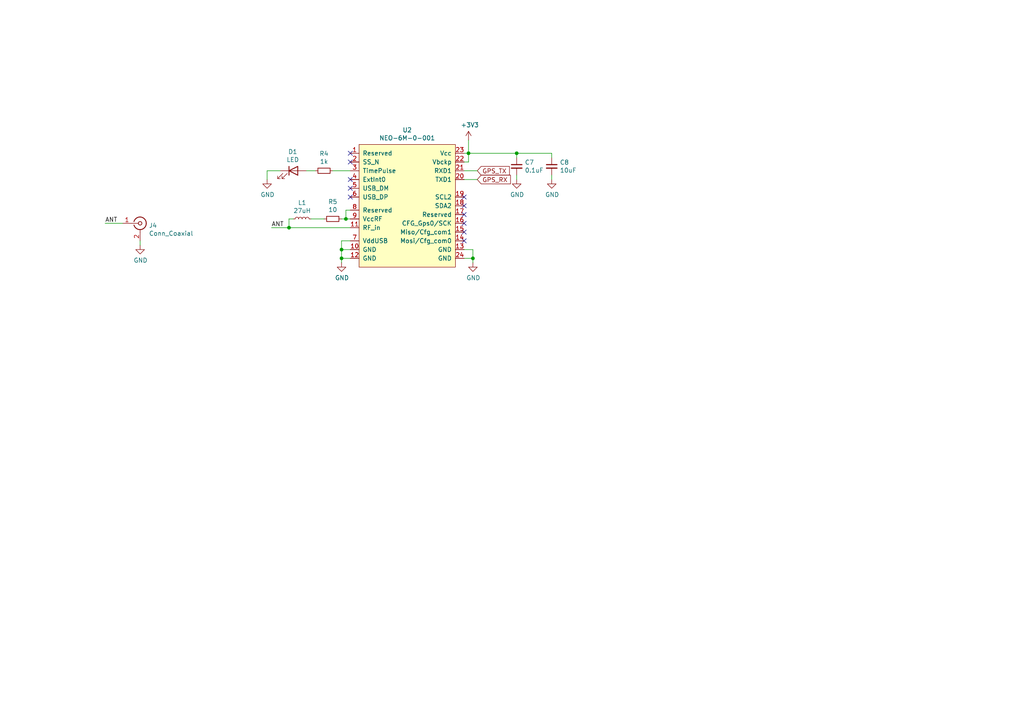
<source format=kicad_sch>
(kicad_sch (version 20211123) (generator eeschema)
  (paper "A4")
  (lib_symbols
    (symbol "Connector:Conn_Coaxial" (pin_names (offset 1.016) hide)
      (property "Reference" "J" (at 0.254 3.048 0))
      (property "Value" "Conn_Coaxial" (at 2.921 0 90))
      (symbol "Conn_Coaxial_0_1"
        (arc (start -1.778 -0.508) (mid 0.222 -1.808) (end 1.778 0) (stroke (width 0.254)))
        (polyline (pts (xy -2.54 0) (xy -0.508 0)))
        (polyline (pts (xy 0 -2.54) (xy 0 -1.778)))
        (circle (center 0 0) (radius 0.508) (stroke (width 0.2032)))
        (arc (start 1.778 0) (mid 0.2221 1.8083) (end -1.778 0.508) (stroke (width 0.254)))
      )
      (symbol "Conn_Coaxial_1_1"
        (pin passive line (at -5.08 0 0) (length 2.54) (name "In") (number "1"))
        (pin passive line (at 0 -5.08 90) (length 2.54) (name "Ext") (number "2"))
      )
    )
    (symbol "Device:C_Small" (pin_numbers hide) (pin_names (offset 0.254) hide)
      (property "Reference" "C" (at 0.254 1.778 0))
      (property "Value" "C_Small" (at 0.254 -2.032 0))
      (symbol "C_Small_0_1"
        (polyline (pts (xy -1.524 -0.508) (xy 1.524 -0.508)) (stroke (width 0.3302)))
        (polyline (pts (xy -1.524 0.508) (xy 1.524 0.508)) (stroke (width 0.3048)))
      )
      (symbol "C_Small_1_1"
        (pin passive line (at 0 2.54 270) (length 2.032) (name "~") (number "1"))
        (pin passive line (at 0 -2.54 90) (length 2.032) (name "~") (number "2"))
      )
    )
    (symbol "Device:LED" (pin_numbers hide) (pin_names (offset 1.016) hide)
      (property "Reference" "D" (at 0 2.54 0))
      (property "Value" "LED" (at 0 -2.54 0))
      (symbol "LED_0_1"
        (polyline (pts (xy -1.27 -1.27) (xy -1.27 1.27)) (stroke (width 0.254)))
        (polyline (pts (xy -1.27 0) (xy 1.27 0)))
        (polyline (pts (xy 1.27 -1.27) (xy 1.27 1.27) (xy -1.27 0) (xy 1.27 -1.27)) (stroke (width 0.254)))
        (polyline (pts (xy -3.048 -0.762) (xy -4.572 -2.286) (xy -3.81 -2.286) (xy -4.572 -2.286) (xy -4.572 -1.524)))
        (polyline (pts (xy -1.778 -0.762) (xy -3.302 -2.286) (xy -2.54 -2.286) (xy -3.302 -2.286) (xy -3.302 -1.524)))
      )
      (symbol "LED_1_1"
        (pin passive line (at -3.81 0 0) (length 2.54) (name "K") (number "1"))
        (pin passive line (at 3.81 0 180) (length 2.54) (name "A") (number "2"))
      )
    )
    (symbol "Device:L_Small" (pin_numbers hide) (pin_names (offset 0.254) hide)
      (property "Reference" "L" (at 0.762 1.016 0))
      (property "Value" "L_Small" (at 0.762 -1.016 0))
      (symbol "L_Small_0_1"
        (arc (start 0 -2.032) (mid 0.508 -1.524) (end 0 -1.016))
        (arc (start 0 -1.016) (mid 0.508 -0.508) (end 0 0))
        (arc (start 0 0) (mid 0.508 0.508) (end 0 1.016))
        (arc (start 0 1.016) (mid 0.508 1.524) (end 0 2.032))
      )
      (symbol "L_Small_1_1"
        (pin passive line (at 0 2.54 270) (length 0.508) (name "~") (number "1"))
        (pin passive line (at 0 -2.54 90) (length 0.508) (name "~") (number "2"))
      )
    )
    (symbol "Device:R_Small" (pin_numbers hide) (pin_names (offset 0.254) hide)
      (property "Reference" "R" (at 0.762 0.508 0))
      (property "Value" "R_Small" (at 0.762 -1.016 0))
      (symbol "R_Small_0_1"
        (rectangle (start -0.762 1.778) (end 0.762 -1.778) (stroke (width 0.2032)))
      )
      (symbol "R_Small_1_1"
        (pin passive line (at 0 2.54 270) (length 0.762) (name "~") (number "1"))
        (pin passive line (at 0 -2.54 90) (length 0.762) (name "~") (number "2"))
      )
    )
    (symbol "pastaisitie_simboli:NEO-6M-0-001" (pin_names (offset 1.016))
      (property "Reference" "U" (at 0 0 0))
      (property "Value" "NEO-6M-0-001" (at 0 -2.54 0))
      (symbol "NEO-6M-0-001_0_1"
        (rectangle (start -13.97 -3.81) (end 13.97 -39.37) (fill (type background)))
      )
      (symbol "NEO-6M-0-001_1_1"
        (pin input line (at -16.51 -6.35 0) (length 2.54) (name "Reserved") (number "1"))
        (pin input line (at -16.51 -34.29 0) (length 2.54) (name "GND") (number "10"))
        (pin input line (at -16.51 -27.94 0) (length 2.54) (name "RF_in") (number "11"))
        (pin input line (at -16.51 -36.83 0) (length 2.54) (name "GND") (number "12"))
        (pin input line (at 16.51 -34.29 180) (length 2.54) (name "GND") (number "13"))
        (pin input line (at 16.51 -31.75 180) (length 2.54) (name "Mosi/Cfg_com0") (number "14"))
        (pin input line (at 16.51 -29.21 180) (length 2.54) (name "Miso/Cfg_com1") (number "15"))
        (pin input line (at 16.51 -26.67 180) (length 2.54) (name "CFG_Gps0/SCK") (number "16"))
        (pin input line (at 16.51 -24.13 180) (length 2.54) (name "Reserved") (number "17"))
        (pin input line (at 16.51 -21.59 180) (length 2.54) (name "SDA2") (number "18"))
        (pin input line (at 16.51 -19.05 180) (length 2.54) (name "SCL2") (number "19"))
        (pin input line (at -16.51 -8.89 0) (length 2.54) (name "SS_N") (number "2"))
        (pin input line (at 16.51 -13.97 180) (length 2.54) (name "TXD1") (number "20"))
        (pin input line (at 16.51 -11.43 180) (length 2.54) (name "RXD1") (number "21"))
        (pin input line (at 16.51 -8.89 180) (length 2.54) (name "Vbckp") (number "22"))
        (pin input line (at 16.51 -6.35 180) (length 2.54) (name "Vcc") (number "23"))
        (pin input line (at 16.51 -36.83 180) (length 2.54) (name "GND") (number "24"))
        (pin input line (at -16.51 -11.43 0) (length 2.54) (name "TimePulse") (number "3"))
        (pin input line (at -16.51 -13.97 0) (length 2.54) (name "ExtInt0") (number "4"))
        (pin input line (at -16.51 -16.51 0) (length 2.54) (name "USB_DM") (number "5"))
        (pin input line (at -16.51 -19.05 0) (length 2.54) (name "USB_DP") (number "6"))
        (pin input line (at -16.51 -31.75 0) (length 2.54) (name "VddUSB") (number "7"))
        (pin input line (at -16.51 -22.86 0) (length 2.54) (name "Reserved") (number "8"))
        (pin input line (at -16.51 -25.4 0) (length 2.54) (name "VccRF") (number "9"))
      )
    )
    (symbol "power:+3.3V" (power) (pin_names (offset 0))
      (property "Value" "+3.3V" (at 0 3.556 0))
      (symbol "+3.3V_0_1"
        (polyline (pts (xy -0.762 1.27) (xy 0 2.54)))
        (polyline (pts (xy 0 0) (xy 0 2.54)))
        (polyline (pts (xy 0 2.54) (xy 0.762 1.27)))
      )
      (symbol "+3.3V_1_1"
        (pin power_in line (at 0 0 90) (length 0) hide (name "+3V3") (number "1"))
      )
    )
    (symbol "power:GND" (power) (pin_names (offset 0))
      (property "Value" "GND" (at 0 -3.81 0))
      (symbol "GND_0_1"
        (polyline (pts (xy 0 0) (xy 0 -1.27) (xy 1.27 -1.27) (xy 0 -2.54) (xy -1.27 -1.27) (xy 0 -1.27)))
      )
      (symbol "GND_1_1"
        (pin power_in line (at 0 0 270) (length 0) hide (name "GND") (number "1"))
      )
    )
  )
  (junction (at 99.06 72.39))
  (junction (at 83.82 66.04))
  (junction (at 99.06 74.93))
  (junction (at 100.33 63.5))
  (junction (at 137.16 74.93))
  (junction (at 149.86 44.45))
  (junction (at 135.89 44.45))
  (no_connect (at 134.62 57.15))
  (no_connect (at 101.6 57.15))
  (no_connect (at 101.6 54.61))
  (no_connect (at 134.62 64.77))
  (no_connect (at 134.62 67.31))
  (no_connect (at 101.6 52.07))
  (no_connect (at 134.62 62.23))
  (no_connect (at 134.62 69.85))
  (no_connect (at 101.6 44.45))
  (no_connect (at 101.6 46.99))
  (no_connect (at 134.62 59.69))
  (wire (pts (xy 99.06 72.39) (xy 99.06 69.85)))
  (wire (pts (xy 83.82 63.5) (xy 83.82 66.04)))
  (wire (pts (xy 77.47 49.53) (xy 81.28 49.53)))
  (wire (pts (xy 101.6 60.96) (xy 100.33 60.96)))
  (wire (pts (xy 137.16 74.93) (xy 137.16 76.2)))
  (wire (pts (xy 99.06 76.2) (xy 99.06 74.93)))
  (wire (pts (xy 101.6 69.85) (xy 99.06 69.85)))
  (wire (pts (xy 99.06 74.93) (xy 99.06 72.39)))
  (wire (pts (xy 160.02 52.07) (xy 160.02 50.8)))
  (wire (pts (xy 40.64 69.85) (xy 40.64 71.12)))
  (wire (pts (xy 149.86 52.07) (xy 149.86 50.8)))
  (wire (pts (xy 160.02 44.45) (xy 149.86 44.45)))
  (wire (pts (xy 160.02 45.72) (xy 160.02 44.45)))
  (wire (pts (xy 134.62 44.45) (xy 135.89 44.45)))
  (wire (pts (xy 137.16 72.39) (xy 137.16 74.93)))
  (wire (pts (xy 100.33 60.96) (xy 100.33 63.5)))
  (wire (pts (xy 78.74 66.04) (xy 83.82 66.04)))
  (wire (pts (xy 88.9 49.53) (xy 91.44 49.53)))
  (wire (pts (xy 77.47 49.53) (xy 77.47 52.07)))
  (wire (pts (xy 93.98 63.5) (xy 90.17 63.5)))
  (wire (pts (xy 100.33 63.5) (xy 101.6 63.5)))
  (wire (pts (xy 96.52 49.53) (xy 101.6 49.53)))
  (wire (pts (xy 134.62 72.39) (xy 137.16 72.39)))
  (wire (pts (xy 135.89 40.64) (xy 135.89 44.45)))
  (wire (pts (xy 149.86 45.72) (xy 149.86 44.45)))
  (wire (pts (xy 138.43 52.07) (xy 134.62 52.07)))
  (wire (pts (xy 135.89 46.99) (xy 134.62 46.99)))
  (wire (pts (xy 134.62 74.93) (xy 137.16 74.93)))
  (wire (pts (xy 83.82 63.5) (xy 85.09 63.5)))
  (wire (pts (xy 101.6 74.93) (xy 99.06 74.93)))
  (wire (pts (xy 99.06 63.5) (xy 100.33 63.5)))
  (wire (pts (xy 30.48 64.77) (xy 35.56 64.77)))
  (wire (pts (xy 135.89 44.45) (xy 149.86 44.45)))
  (wire (pts (xy 83.82 66.04) (xy 101.6 66.04)))
  (wire (pts (xy 101.6 72.39) (xy 99.06 72.39)))
  (wire (pts (xy 138.43 49.53) (xy 134.62 49.53)))
  (wire (pts (xy 135.89 44.45) (xy 135.89 46.99)))
  (label "ANT" (at 30.48 64.77 0))
  (label "ANT" (at 78.74 66.04 0))
  (global_label "GPS_TX" (shape input) (at 138.43 49.53 0) (property "Intersheet References" "${INTERSHEET_REFS}" (effects hide)))
  (global_label "GPS_RX" (shape input) (at 138.43 52.07 0) (property "Intersheet References" "${INTERSHEET_REFS}" (effects hide)))
  (symbol (lib_id "pastaisitie_simboli:NEO-6M-0-001") (at 118.11 38.1 0) (unit 1)
    (property "Reference" "U2" (at 118.11 37.719 0))
    (property "Value" "NEO-6M-0-001" (at 118.11 40.0304 0))
    (property "Footprint" "footprints:XCVR_NEO-6M-GPS" (effects hide))
  )
  (symbol (lib_id "Connector:Conn_Coaxial") (at 40.64 64.77 0)
    (property "Reference" "J4" (at 43.18 65.405 0) (effects (justify left)))
    (property "Value" "Conn_Coaxial" (at 43.18 67.7164 0) (effects (justify left)))
    (property "Footprint" "Connector_Coaxial:SMA_Amphenol_132134-16_Vertical" (effects hide))
    (property "Datasheet" " ~" (effects hide))
  )
  (symbol (lib_id "power:GND") (at 40.64 71.12 0)
    (property "Reference" "#PWR0120" (effects hide))
    (property "Value" "GND" (at 40.767 75.5142 0))
  )
  (symbol (lib_id "Device:R_Small") (at 96.52 63.5 270) (unit 1)
    (property "Reference" "R5" (at 96.52 58.5216 90))
    (property "Value" "10" (at 96.52 60.833 90))
    (property "Footprint" "Capacitor_SMD:C_0603_1608Metric" (effects hide))
  )
  (symbol (lib_id "power:GND") (at 99.06 76.2 0)
    (property "Reference" "#PWR0121" (effects hide))
    (property "Value" "GND" (at 99.187 80.5942 0))
  )
  (symbol (lib_id "Device:LED") (at 85.09 49.53 0) (unit 1)
    (property "Reference" "D1" (at 84.9122 44.0182 0))
    (property "Value" "LED" (at 84.9122 46.3296 0))
    (property "Footprint" "LED_SMD:LED_0805_2012Metric_Pad1.15x1.40mm_HandSolder" (effects hide))
  )
  (symbol (lib_id "Device:R_Small") (at 93.98 49.53 270) (unit 1)
    (property "Reference" "R4" (at 93.98 44.5516 90))
    (property "Value" "1k" (at 93.98 46.863 90))
    (property "Footprint" "Resistor_SMD:R_0603_1608Metric_Pad0.98x0.95mm_HandSolder" (effects hide))
  )
  (symbol (lib_id "power:GND") (at 77.47 52.07 0)
    (property "Reference" "#PWR0122" (effects hide))
    (property "Value" "GND" (at 77.597 56.4642 0))
  )
  (symbol (lib_id "power:+3.3V") (at 135.89 40.64 0) (unit 1)
    (property "Reference" "#PWR0123" (effects hide))
    (property "Value" "+3.3V" (at 136.271 36.2458 0))
  )
  (symbol (lib_id "Device:L_Small") (at 87.63 63.5 90) (unit 1)
    (property "Reference" "L1" (at 87.63 58.801 90))
    (property "Value" "27uH" (at 87.63 61.1124 90))
    (property "Footprint" "Capacitor_SMD:C_0805_2012Metric_Pad1.18x1.45mm_HandSolder" (effects hide))
  )
  (symbol (lib_id "Device:C_Small") (at 149.86 48.26 0) (unit 1)
    (property "Reference" "C7" (at 152.1968 47.0916 0) (effects (justify left)))
    (property "Value" "0.1uF" (at 152.1968 49.403 0) (effects (justify left)))
    (property "Footprint" "Capacitor_SMD:C_0603_1608Metric" (effects hide))
  )
  (symbol (lib_id "power:GND") (at 137.16 76.2 0)
    (property "Reference" "#PWR0124" (effects hide))
    (property "Value" "GND" (at 137.287 80.5942 0))
  )
  (symbol (lib_id "power:GND") (at 149.86 52.07 0)
    (property "Reference" "#PWR0125" (effects hide))
    (property "Value" "GND" (at 149.987 56.4642 0))
  )
  (symbol (lib_id "Device:C_Small") (at 160.02 48.26 0) (unit 1)
    (property "Reference" "C8" (at 162.3568 47.0916 0) (effects (justify left)))
    (property "Value" "10uF" (at 162.3568 49.403 0) (effects (justify left)))
    (property "Footprint" "Capacitor_SMD:C_0603_1608Metric" (effects hide))
  )
  (symbol (lib_id "power:GND") (at 160.02 52.07 0)
    (property "Reference" "#PWR0126" (effects hide))
    (property "Value" "GND" (at 160.147 56.4642 0))
  )
)
</source>
